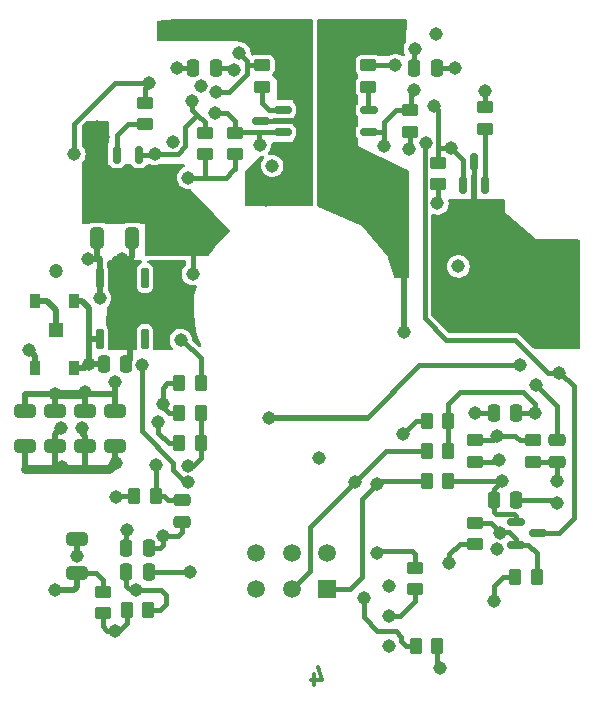
<source format=gbr>
%TF.GenerationSoftware,KiCad,Pcbnew,6.0.1-79c1e3a40b~116~ubuntu20.04.1*%
%TF.CreationDate,2022-01-23T15:23:11-08:00*%
%TF.ProjectId,led-ring-driver,6c65642d-7269-46e6-972d-647269766572,rev?*%
%TF.SameCoordinates,Original*%
%TF.FileFunction,Copper,L4,Bot*%
%TF.FilePolarity,Positive*%
%FSLAX46Y46*%
G04 Gerber Fmt 4.6, Leading zero omitted, Abs format (unit mm)*
G04 Created by KiCad (PCBNEW 6.0.1-79c1e3a40b~116~ubuntu20.04.1) date 2022-01-23 15:23:11*
%MOMM*%
%LPD*%
G01*
G04 APERTURE LIST*
G04 Aperture macros list*
%AMRoundRect*
0 Rectangle with rounded corners*
0 $1 Rounding radius*
0 $2 $3 $4 $5 $6 $7 $8 $9 X,Y pos of 4 corners*
0 Add a 4 corners polygon primitive as box body*
4,1,4,$2,$3,$4,$5,$6,$7,$8,$9,$2,$3,0*
0 Add four circle primitives for the rounded corners*
1,1,$1+$1,$2,$3*
1,1,$1+$1,$4,$5*
1,1,$1+$1,$6,$7*
1,1,$1+$1,$8,$9*
0 Add four rect primitives between the rounded corners*
20,1,$1+$1,$2,$3,$4,$5,0*
20,1,$1+$1,$4,$5,$6,$7,0*
20,1,$1+$1,$6,$7,$8,$9,0*
20,1,$1+$1,$8,$9,$2,$3,0*%
G04 Aperture macros list end*
%ADD10C,0.300000*%
%TA.AperFunction,NonConductor*%
%ADD11C,0.300000*%
%TD*%
%TA.AperFunction,ComponentPad*%
%ADD12R,1.520000X1.520000*%
%TD*%
%TA.AperFunction,ComponentPad*%
%ADD13C,1.520000*%
%TD*%
%TA.AperFunction,ComponentPad*%
%ADD14C,1.200000*%
%TD*%
%TA.AperFunction,ComponentPad*%
%ADD15R,1.200000X1.200000*%
%TD*%
%TA.AperFunction,SMDPad,CuDef*%
%ADD16RoundRect,0.250000X-0.450000X0.262500X-0.450000X-0.262500X0.450000X-0.262500X0.450000X0.262500X0*%
%TD*%
%TA.AperFunction,SMDPad,CuDef*%
%ADD17RoundRect,0.250000X-0.262500X-0.450000X0.262500X-0.450000X0.262500X0.450000X-0.262500X0.450000X0*%
%TD*%
%TA.AperFunction,SMDPad,CuDef*%
%ADD18RoundRect,0.250000X0.650000X-0.325000X0.650000X0.325000X-0.650000X0.325000X-0.650000X-0.325000X0*%
%TD*%
%TA.AperFunction,SMDPad,CuDef*%
%ADD19RoundRect,0.150000X0.587500X0.150000X-0.587500X0.150000X-0.587500X-0.150000X0.587500X-0.150000X0*%
%TD*%
%TA.AperFunction,SMDPad,CuDef*%
%ADD20R,0.900000X1.200000*%
%TD*%
%TA.AperFunction,SMDPad,CuDef*%
%ADD21RoundRect,0.250000X0.262500X0.450000X-0.262500X0.450000X-0.262500X-0.450000X0.262500X-0.450000X0*%
%TD*%
%TA.AperFunction,SMDPad,CuDef*%
%ADD22RoundRect,0.250000X-0.650000X0.325000X-0.650000X-0.325000X0.650000X-0.325000X0.650000X0.325000X0*%
%TD*%
%TA.AperFunction,SMDPad,CuDef*%
%ADD23RoundRect,0.150000X-0.150000X0.587500X-0.150000X-0.587500X0.150000X-0.587500X0.150000X0.587500X0*%
%TD*%
%TA.AperFunction,SMDPad,CuDef*%
%ADD24RoundRect,0.150000X0.150000X-0.587500X0.150000X0.587500X-0.150000X0.587500X-0.150000X-0.587500X0*%
%TD*%
%TA.AperFunction,SMDPad,CuDef*%
%ADD25RoundRect,0.250000X-0.325000X-0.650000X0.325000X-0.650000X0.325000X0.650000X-0.325000X0.650000X0*%
%TD*%
%TA.AperFunction,SMDPad,CuDef*%
%ADD26RoundRect,0.250000X0.250000X0.475000X-0.250000X0.475000X-0.250000X-0.475000X0.250000X-0.475000X0*%
%TD*%
%TA.AperFunction,SMDPad,CuDef*%
%ADD27RoundRect,0.150000X-0.587500X-0.150000X0.587500X-0.150000X0.587500X0.150000X-0.587500X0.150000X0*%
%TD*%
%TA.AperFunction,SMDPad,CuDef*%
%ADD28RoundRect,0.250000X-0.475000X0.250000X-0.475000X-0.250000X0.475000X-0.250000X0.475000X0.250000X0*%
%TD*%
%TA.AperFunction,SMDPad,CuDef*%
%ADD29RoundRect,0.250000X-0.250000X-0.475000X0.250000X-0.475000X0.250000X0.475000X-0.250000X0.475000X0*%
%TD*%
%TA.AperFunction,SMDPad,CuDef*%
%ADD30RoundRect,0.250000X0.450000X-0.262500X0.450000X0.262500X-0.450000X0.262500X-0.450000X-0.262500X0*%
%TD*%
%TA.AperFunction,SMDPad,CuDef*%
%ADD31RoundRect,0.250000X0.475000X-0.250000X0.475000X0.250000X-0.475000X0.250000X-0.475000X-0.250000X0*%
%TD*%
%TA.AperFunction,SMDPad,CuDef*%
%ADD32RoundRect,0.150000X-0.150000X0.725000X-0.150000X-0.725000X0.150000X-0.725000X0.150000X0.725000X0*%
%TD*%
%TA.AperFunction,ViaPad*%
%ADD33C,1.143000*%
%TD*%
%TA.AperFunction,Conductor*%
%ADD34C,0.381000*%
%TD*%
%TA.AperFunction,Conductor*%
%ADD35C,0.762000*%
%TD*%
%TA.AperFunction,Conductor*%
%ADD36C,0.508000*%
%TD*%
G04 APERTURE END LIST*
D10*
D11*
X153384285Y-119820571D02*
X153384285Y-120820571D01*
X153741428Y-119249142D02*
X154098571Y-120320571D01*
X153170000Y-120320571D01*
D12*
%TO.P,J1,1,1*%
%TO.N,/PWM_H*%
X154493501Y-112643001D03*
D13*
%TO.P,J1,2,2*%
%TO.N,/PWM_L*%
X151493502Y-112643001D03*
%TO.P,J1,3,3*%
%TO.N,/VIN*%
X148493503Y-112643001D03*
%TO.P,J1,4,4*%
%TO.N,/DISABLE_H*%
X154493501Y-109643002D03*
%TO.P,J1,5,5*%
%TO.N,/DISABLE_L*%
X151493502Y-109643002D03*
%TO.P,J1,6,6*%
%TO.N,GND*%
X148493503Y-109643002D03*
%TD*%
D14*
%TO.P,C1,N*%
%TO.N,GND*%
X131572000Y-85765000D03*
D15*
%TO.P,C1,P*%
%TO.N,/Boost Converter/+15V*%
X131572000Y-90765000D03*
%TD*%
D16*
%TO.P,R31,1*%
%TO.N,Net-(Q10-Pad2)*%
X146685000Y-74017500D03*
%TO.P,R31,2*%
%TO.N,GND*%
X146685000Y-75842500D03*
%TD*%
D17*
%TO.P,R34,1*%
%TO.N,Net-(R33-Pad2)*%
X141962500Y-97790000D03*
%TO.P,R34,2*%
%TO.N,GND*%
X143787500Y-97790000D03*
%TD*%
D18*
%TO.P,C18,1*%
%TO.N,/Boost Converter/V_P*%
X133350000Y-111330000D03*
%TO.P,C18,2*%
%TO.N,GND*%
X133350000Y-108380000D03*
%TD*%
D19*
%TO.P,Q10,1,B*%
%TO.N,Net-(Q10-Pad1)*%
X150762500Y-72075000D03*
%TO.P,Q10,2,E*%
%TO.N,Net-(Q10-Pad2)*%
X150762500Y-73975000D03*
%TO.P,Q10,3,C*%
%TO.N,/LED Current Regulator/LED2_NEG*%
X148887500Y-73025000D03*
%TD*%
D20*
%TO.P,D23,1,K*%
%TO.N,Net-(C15-Pad1)*%
X133095000Y-93980000D03*
%TO.P,D23,2,A*%
%TO.N,/Boost Converter/V_P*%
X129795000Y-93980000D03*
%TD*%
D17*
%TO.P,R38,1*%
%TO.N,Net-(D2-Pad2)*%
X137517500Y-114427000D03*
%TO.P,R38,2*%
%TO.N,GND*%
X139342500Y-114427000D03*
%TD*%
D21*
%TO.P,R23,1*%
%TO.N,+5V*%
X164742500Y-98425000D03*
%TO.P,R23,2*%
%TO.N,/DISABLE_L*%
X162917500Y-98425000D03*
%TD*%
%TO.P,R26,1*%
%TO.N,Net-(D21-Pad2)*%
X163830000Y-117475000D03*
%TO.P,R26,2*%
%TO.N,/Boost Converter/+15V*%
X162005000Y-117475000D03*
%TD*%
D22*
%TO.P,C17,1*%
%TO.N,/Boost Converter/+15V*%
X133985000Y-97585000D03*
%TO.P,C17,2*%
%TO.N,GND*%
X133985000Y-100535000D03*
%TD*%
D23*
%TO.P,Q11,1,B*%
%TO.N,Net-(Q11-Pad1)*%
X136692500Y-75897500D03*
%TO.P,Q11,2,E*%
%TO.N,Net-(Q11-Pad2)*%
X138592500Y-75897500D03*
%TO.P,Q11,3,C*%
%TO.N,/LED Current Regulator/LED1_NEG*%
X137642500Y-77772500D03*
%TD*%
D19*
%TO.P,Q9,1,B*%
%TO.N,Net-(Q9-Pad1)*%
X158043000Y-72075000D03*
%TO.P,Q9,2,E*%
%TO.N,Net-(Q5-Pad2)*%
X158043000Y-73975000D03*
%TO.P,Q9,3,C*%
%TO.N,/LED Current Regulator/LED3_NEG*%
X156168000Y-73025000D03*
%TD*%
D24*
%TO.P,Q8,1,B*%
%TO.N,Net-(Q8-Pad1)*%
X167891500Y-78407500D03*
%TO.P,Q8,2,E*%
%TO.N,Net-(Q6-Pad2)*%
X165991500Y-78407500D03*
%TO.P,Q8,3,C*%
%TO.N,/LED Current Regulator/LED4_NEG*%
X166941500Y-76532500D03*
%TD*%
D25*
%TO.P,C14,1*%
%TO.N,+5V*%
X135050000Y-82931000D03*
%TO.P,C14,2*%
%TO.N,GND*%
X138000000Y-82931000D03*
%TD*%
D22*
%TO.P,C20,1*%
%TO.N,/Boost Converter/+15V*%
X128905000Y-97585000D03*
%TO.P,C20,2*%
%TO.N,GND*%
X128905000Y-100535000D03*
%TD*%
D16*
%TO.P,R39,1*%
%TO.N,/Boost Converter/V_P*%
X135509000Y-112879500D03*
%TO.P,R39,2*%
%TO.N,Net-(D2-Pad2)*%
X135509000Y-114704500D03*
%TD*%
D26*
%TO.P,C7,1*%
%TO.N,+5V*%
X170495000Y-97790000D03*
%TO.P,C7,2*%
%TO.N,GND*%
X168595000Y-97790000D03*
%TD*%
D16*
%TO.P,R32,1*%
%TO.N,Net-(Q11-Pad2)*%
X144145000Y-74017500D03*
%TO.P,R32,2*%
%TO.N,GND*%
X144145000Y-75842500D03*
%TD*%
D26*
%TO.P,C8,1*%
%TO.N,+5V*%
X170495000Y-105156000D03*
%TO.P,C8,2*%
%TO.N,GND*%
X168595000Y-105156000D03*
%TD*%
D21*
%TO.P,R37,1*%
%TO.N,Net-(C11-Pad1)*%
X139977500Y-104775000D03*
%TO.P,R37,2*%
%TO.N,Net-(Q1-Pad1)*%
X138152500Y-104775000D03*
%TD*%
D27*
%TO.P,Q7,1,G*%
%TO.N,Net-(Q7-Pad1)*%
X170512500Y-108900000D03*
%TO.P,Q7,2,S*%
%TO.N,GND*%
X170512500Y-107000000D03*
%TO.P,Q7,3,D*%
%TO.N,Net-(Q7-Pad3)*%
X172387500Y-107950000D03*
%TD*%
D16*
%TO.P,R17,1*%
%TO.N,Net-(R17-Pad1)*%
X171958000Y-100052500D03*
%TO.P,R17,2*%
%TO.N,Net-(C6-Pad1)*%
X171958000Y-101877500D03*
%TD*%
D20*
%TO.P,D22,1,K*%
%TO.N,Net-(C15-Pad1)*%
X133095000Y-88265000D03*
%TO.P,D22,2,A*%
%TO.N,/Boost Converter/+15V*%
X129795000Y-88265000D03*
%TD*%
D16*
%TO.P,R30,1*%
%TO.N,Net-(R30-Pad1)*%
X148971000Y-68302500D03*
%TO.P,R30,2*%
%TO.N,Net-(Q10-Pad1)*%
X148971000Y-70127500D03*
%TD*%
%TO.P,R27,1*%
%TO.N,/DISABLE_H*%
X161925000Y-110847500D03*
%TO.P,R27,2*%
%TO.N,GND*%
X161925000Y-112672500D03*
%TD*%
D26*
%TO.P,C10,1*%
%TO.N,+5V*%
X145060000Y-68580000D03*
%TO.P,C10,2*%
%TO.N,GND*%
X143160000Y-68580000D03*
%TD*%
D28*
%TO.P,C11,1*%
%TO.N,Net-(C11-Pad1)*%
X142240000Y-105095000D03*
%TO.P,C11,2*%
%TO.N,GND*%
X142240000Y-106995000D03*
%TD*%
D26*
%TO.P,C9,1*%
%TO.N,+5V*%
X163770500Y-68580000D03*
%TO.P,C9,2*%
%TO.N,GND*%
X161870500Y-68580000D03*
%TD*%
D16*
%TO.P,R28,1*%
%TO.N,Net-(Q5-Pad2)*%
X161550500Y-72112500D03*
%TO.P,R28,2*%
%TO.N,GND*%
X161550500Y-73937500D03*
%TD*%
D22*
%TO.P,C16,1*%
%TO.N,/Boost Converter/+15V*%
X136525000Y-97585000D03*
%TO.P,C16,2*%
%TO.N,GND*%
X136525000Y-100535000D03*
%TD*%
D29*
%TO.P,C12,1*%
%TO.N,Net-(C12-Pad1)*%
X137480000Y-109220000D03*
%TO.P,C12,2*%
%TO.N,GND*%
X139380000Y-109220000D03*
%TD*%
D21*
%TO.P,R33,1*%
%TO.N,/Boost Converter/+15V*%
X143787500Y-95250000D03*
%TO.P,R33,2*%
%TO.N,Net-(R33-Pad2)*%
X141962500Y-95250000D03*
%TD*%
D17*
%TO.P,R18,1*%
%TO.N,Net-(D20-Pad2)*%
X170410500Y-111633000D03*
%TO.P,R18,2*%
%TO.N,Net-(Q7-Pad1)*%
X172235500Y-111633000D03*
%TD*%
D21*
%TO.P,R24,1*%
%TO.N,+5V*%
X164742500Y-100965000D03*
%TO.P,R24,2*%
%TO.N,/PWM_L*%
X162917500Y-100965000D03*
%TD*%
D17*
%TO.P,R35,1*%
%TO.N,Net-(R3-Pad2)*%
X141962500Y-100330000D03*
%TO.P,R35,2*%
%TO.N,GND*%
X143787500Y-100330000D03*
%TD*%
D16*
%TO.P,R22,1*%
%TO.N,Net-(Q6-Pad2)*%
X163893500Y-76557500D03*
%TO.P,R22,2*%
%TO.N,GND*%
X163893500Y-78382500D03*
%TD*%
D30*
%TO.P,R21,1*%
%TO.N,Net-(R13-Pad2)*%
X167005000Y-108862500D03*
%TO.P,R21,2*%
%TO.N,Net-(Q7-Pad1)*%
X167005000Y-107037500D03*
%TD*%
D16*
%TO.P,R36,1*%
%TO.N,Net-(R1-Pad1)*%
X139065000Y-71477500D03*
%TO.P,R36,2*%
%TO.N,Net-(Q11-Pad1)*%
X139065000Y-73302500D03*
%TD*%
D26*
%TO.P,C13,1*%
%TO.N,/VIN*%
X139380000Y-111252000D03*
%TO.P,C13,2*%
%TO.N,GND*%
X137480000Y-111252000D03*
%TD*%
D29*
%TO.P,C15,1*%
%TO.N,Net-(C15-Pad1)*%
X135575000Y-93599000D03*
%TO.P,C15,2*%
%TO.N,GND*%
X137475000Y-93599000D03*
%TD*%
D16*
%TO.P,R29,1*%
%TO.N,Net-(R29-Pad1)*%
X157988000Y-68302500D03*
%TO.P,R29,2*%
%TO.N,Net-(Q9-Pad1)*%
X157988000Y-70127500D03*
%TD*%
D22*
%TO.P,C19,1*%
%TO.N,/Boost Converter/+15V*%
X131445000Y-97585000D03*
%TO.P,C19,2*%
%TO.N,GND*%
X131445000Y-100535000D03*
%TD*%
D30*
%TO.P,R20,1*%
%TO.N,Net-(R11-Pad2)*%
X167005000Y-101877500D03*
%TO.P,R20,2*%
%TO.N,Net-(R17-Pad1)*%
X167005000Y-100052500D03*
%TD*%
D16*
%TO.P,R19,1*%
%TO.N,Net-(R14-Pad1)*%
X167830500Y-71858500D03*
%TO.P,R19,2*%
%TO.N,Net-(Q8-Pad1)*%
X167830500Y-73683500D03*
%TD*%
D31*
%TO.P,C6,1*%
%TO.N,Net-(C6-Pad1)*%
X173990000Y-101915000D03*
%TO.P,C6,2*%
%TO.N,GND*%
X173990000Y-100015000D03*
%TD*%
D17*
%TO.P,R25,1*%
%TO.N,/PWM_H*%
X162917500Y-103505000D03*
%TO.P,R25,2*%
%TO.N,GND*%
X164742500Y-103505000D03*
%TD*%
D32*
%TO.P,U6,1,OUT*%
%TO.N,+5V*%
X135255000Y-86325000D03*
%TO.P,U6,2,GND*%
%TO.N,GND*%
X136525000Y-86325000D03*
%TO.P,U6,3,GND*%
X137795000Y-86325000D03*
%TO.P,U6,4,NC*%
%TO.N,unconnected-(U6-Pad4)*%
X139065000Y-86325000D03*
%TO.P,U6,5,NC*%
%TO.N,unconnected-(U6-Pad5)*%
X139065000Y-91475000D03*
%TO.P,U6,6,GND*%
%TO.N,GND*%
X137795000Y-91475000D03*
%TO.P,U6,7,GND*%
X136525000Y-91475000D03*
%TO.P,U6,8,IN*%
%TO.N,Net-(C15-Pad1)*%
X135255000Y-91475000D03*
%TD*%
D33*
%TO.N,/VIN*%
X142875000Y-111252000D03*
%TO.N,GND*%
X169291000Y-103505000D03*
X137160000Y-84709000D03*
X172212000Y-95377000D03*
X131953000Y-99060000D03*
X136505433Y-89808567D03*
X132016000Y-102362000D03*
X138303000Y-112776000D03*
X133350000Y-109855000D03*
X141443000Y-74803000D03*
X161417000Y-75438000D03*
X161925000Y-66929000D03*
X136652000Y-101981000D03*
X141824000Y-68580000D03*
X142748000Y-77851000D03*
X167005000Y-97790000D03*
X159766000Y-114935000D03*
X137795000Y-88011000D03*
X163830000Y-80010000D03*
X133731000Y-99060000D03*
X159766000Y-117475000D03*
X142748000Y-102235000D03*
X168902855Y-109257533D03*
X140589000Y-108204000D03*
X159766000Y-112395000D03*
%TO.N,+5V*%
X135255000Y-88011000D03*
X172085000Y-97790000D03*
X165325500Y-68580000D03*
X173990000Y-105410000D03*
X146650000Y-68707000D03*
X134239000Y-84709000D03*
X138811000Y-93726000D03*
X142748000Y-103632000D03*
%TO.N,/Boost Converter/+15V*%
X149839998Y-76835000D03*
X133985000Y-96012000D03*
X136525000Y-95123000D03*
X165608000Y-85344000D03*
X131445000Y-96139000D03*
X153797000Y-101600000D03*
X142113000Y-91567000D03*
X157607000Y-113411000D03*
%TO.N,Net-(D2-Pad2)*%
X136525000Y-116205000D03*
%TO.N,/LED Current Regulator/LED1_NEG*%
X135509000Y-74422000D03*
X143129000Y-85979000D03*
X134366000Y-74422000D03*
X135001000Y-73533000D03*
X137607500Y-79375000D03*
X137668000Y-80518000D03*
X136474200Y-79375000D03*
%TO.N,/LED Current Regulator/LED2_NEG*%
X152492000Y-73025000D03*
X149352000Y-79756000D03*
X152492000Y-74133000D03*
X152527000Y-71882000D03*
%TO.N,/LED Current Regulator/LED3_NEG*%
X154432000Y-73025000D03*
X161036000Y-90932000D03*
X154432000Y-71882000D03*
X154432000Y-74168000D03*
%TO.N,/LED Current Regulator/LED4_NEG*%
X166941500Y-80264000D03*
X168097200Y-80238600D03*
X165785800Y-80264000D03*
X170789600Y-93726000D03*
X149606000Y-98196400D03*
%TO.N,Net-(D20-Pad2)*%
X168656000Y-113665000D03*
%TO.N,Net-(D21-Pad2)*%
X164084000Y-119380000D03*
%TO.N,/PWM_H*%
X158750000Y-103759000D03*
%TO.N,/PWM_L*%
X156845000Y-103632000D03*
%TO.N,/DISABLE_H*%
X158707998Y-109643002D03*
%TO.N,/DISABLE_L*%
X160909000Y-99568000D03*
%TO.N,Net-(Q7-Pad1)*%
X169164000Y-107885665D03*
%TO.N,/Boost Converter/V_P*%
X131445000Y-112776000D03*
X129286000Y-92456000D03*
%TO.N,Net-(C6-Pad1)*%
X173990000Y-103505000D03*
%TO.N,Net-(C11-Pad1)*%
X140013470Y-102119990D03*
%TO.N,Net-(Q10-Pad2)*%
X144999000Y-72390000D03*
X148809000Y-75057000D03*
%TO.N,Net-(C12-Pad1)*%
X137541000Y-107696000D03*
%TO.N,Net-(Q11-Pad2)*%
X139954000Y-75819000D03*
X143094489Y-71306466D03*
%TO.N,Net-(Q5-Pad2)*%
X159321500Y-75184000D03*
X161836010Y-70373776D03*
%TO.N,Net-(Q6-Pad2)*%
X164973000Y-75311000D03*
X163512500Y-71755000D03*
%TO.N,Net-(Q7-Pad3)*%
X163703000Y-65659000D03*
X174117000Y-94361000D03*
X143834066Y-70080572D03*
X162869000Y-74930000D03*
%TO.N,Net-(R29-Pad1)*%
X160274000Y-68326000D03*
%TO.N,Net-(C15-Pad1)*%
X134366000Y-93599000D03*
%TO.N,Net-(R1-Pad1)*%
X139446000Y-69850000D03*
X133096000Y-75819000D03*
%TO.N,Net-(R11-Pad2)*%
X169037000Y-101727000D03*
%TO.N,Net-(R3-Pad2)*%
X140208000Y-98552000D03*
%TO.N,Net-(R30-Pad1)*%
X145125500Y-70612000D03*
X147066000Y-67310000D03*
%TO.N,Net-(R13-Pad2)*%
X164846000Y-110490000D03*
%TO.N,Net-(R14-Pad1)*%
X167865500Y-70485000D03*
%TO.N,Net-(R17-Pad1)*%
X168910000Y-99695000D03*
%TO.N,Net-(Q1-Pad1)*%
X136652000Y-104902000D03*
%TO.N,Net-(R33-Pad2)*%
X140590000Y-97028000D03*
%TD*%
D34*
%TO.N,/VIN*%
X139380000Y-111252000D02*
X142875000Y-111252000D01*
%TO.N,GND*%
X173990000Y-100015000D02*
X173990000Y-97155000D01*
D35*
X136525000Y-101981000D02*
X136017000Y-102489000D01*
D34*
X140335000Y-109220000D02*
X139380000Y-109220000D01*
D36*
X136525000Y-91475000D02*
X137795000Y-91475000D01*
X133350000Y-108380000D02*
X133350000Y-109855000D01*
D34*
X137480000Y-112395000D02*
X137861000Y-112776000D01*
X144018000Y-77851000D02*
X142748000Y-77851000D01*
D36*
X137795000Y-84709000D02*
X137160000Y-84709000D01*
D34*
X140462000Y-112776000D02*
X138303000Y-112776000D01*
D35*
X131191000Y-102489000D02*
X128905000Y-102489000D01*
D34*
X145923000Y-77851000D02*
X144018000Y-77851000D01*
X161925000Y-113665000D02*
X160655000Y-114935000D01*
X161870500Y-68580000D02*
X161870500Y-66983500D01*
D35*
X132016000Y-102362000D02*
X131889000Y-102489000D01*
D36*
X133985000Y-100535000D02*
X133985000Y-102489000D01*
X133731000Y-99060000D02*
X133731000Y-99441000D01*
D34*
X170512500Y-106504500D02*
X170333020Y-106325020D01*
D36*
X138000000Y-84504000D02*
X137795000Y-84709000D01*
D34*
X161550500Y-73937500D02*
X161550500Y-75304500D01*
X161870500Y-66983500D02*
X161925000Y-66929000D01*
D36*
X136525000Y-100535000D02*
X136525000Y-101854000D01*
D34*
X168595000Y-106111000D02*
X168595000Y-105156000D01*
X164742500Y-103505000D02*
X169291000Y-103505000D01*
D35*
X136017000Y-102489000D02*
X133985000Y-102489000D01*
D36*
X131445000Y-102235000D02*
X131191000Y-102489000D01*
D34*
X146558000Y-77216000D02*
X145923000Y-77851000D01*
X160655000Y-114935000D02*
X159766000Y-114935000D01*
X140589000Y-108966000D02*
X140335000Y-109220000D01*
D36*
X137795000Y-86325000D02*
X137795000Y-84709000D01*
X136652000Y-101981000D02*
X136525000Y-101981000D01*
X136525000Y-84709000D02*
X136525000Y-86325000D01*
D34*
X144145000Y-77724000D02*
X144018000Y-77851000D01*
X170512500Y-107000000D02*
X170512500Y-106504500D01*
X163893500Y-78382500D02*
X163893500Y-79946500D01*
D36*
X133731000Y-99441000D02*
X133985000Y-99695000D01*
D34*
X161925000Y-112672500D02*
X161925000Y-113665000D01*
X140589000Y-108204000D02*
X140589000Y-108966000D01*
D36*
X136525000Y-101854000D02*
X136652000Y-101981000D01*
D34*
X139342500Y-114427000D02*
X140335000Y-114427000D01*
X168809020Y-106325020D02*
X168595000Y-106111000D01*
X137480000Y-111252000D02*
X137480000Y-112395000D01*
D36*
X137795000Y-91475000D02*
X137795000Y-93279000D01*
D34*
X168595000Y-105156000D02*
X168595000Y-104201000D01*
D36*
X138000000Y-82931000D02*
X138000000Y-84504000D01*
D34*
X140335000Y-114427000D02*
X140843000Y-113919000D01*
D36*
X131953000Y-99060000D02*
X131445000Y-99568000D01*
D34*
X140843000Y-113919000D02*
X140843000Y-113157000D01*
D35*
X131889000Y-102489000D02*
X131191000Y-102489000D01*
D36*
X131445000Y-100535000D02*
X131445000Y-102235000D01*
X131445000Y-99568000D02*
X131445000Y-100535000D01*
X128905000Y-100535000D02*
X128905000Y-102489000D01*
D34*
X142240000Y-107823000D02*
X141859000Y-108204000D01*
X143129000Y-102235000D02*
X142748000Y-102235000D01*
X143160000Y-68580000D02*
X141824000Y-68580000D01*
X168595000Y-97790000D02*
X167005000Y-97790000D01*
X142240000Y-106995000D02*
X142240000Y-107823000D01*
X143787500Y-97790000D02*
X143787500Y-100330000D01*
X137861000Y-112776000D02*
X138303000Y-112776000D01*
X146685000Y-75842500D02*
X146685000Y-77089000D01*
X144145000Y-75842500D02*
X144145000Y-77724000D01*
D35*
X133985000Y-102489000D02*
X131191000Y-102489000D01*
D34*
X146685000Y-77089000D02*
X146558000Y-77216000D01*
X170333020Y-106325020D02*
X168809020Y-106325020D01*
X140843000Y-113157000D02*
X140462000Y-112776000D01*
X141859000Y-108204000D02*
X140589000Y-108204000D01*
X173990000Y-97155000D02*
X172212000Y-95377000D01*
D36*
X137160000Y-84709000D02*
X136525000Y-84709000D01*
D34*
X143787500Y-101576500D02*
X143129000Y-102235000D01*
X161550500Y-75304500D02*
X161417000Y-75438000D01*
X143787500Y-100330000D02*
X143787500Y-101576500D01*
X163893500Y-79946500D02*
X163830000Y-80010000D01*
D36*
X133985000Y-99695000D02*
X133985000Y-100535000D01*
D34*
X168595000Y-104201000D02*
X169291000Y-103505000D01*
D36*
X137795000Y-93279000D02*
X137475000Y-93599000D01*
D34*
%TO.N,+5V*%
X163770500Y-68580000D02*
X165325500Y-68580000D01*
D36*
X135050000Y-82931000D02*
X135050000Y-84504000D01*
D34*
X145060000Y-68580000D02*
X146523000Y-68580000D01*
X171069000Y-96012000D02*
X172085000Y-97028000D01*
X164742500Y-100965000D02*
X164742500Y-98425000D01*
X142494000Y-103632000D02*
X142748000Y-103632000D01*
D36*
X135255000Y-84709000D02*
X134239000Y-84709000D01*
D34*
X164742500Y-98425000D02*
X164742500Y-97004500D01*
D36*
X135255000Y-88011000D02*
X135255000Y-86325000D01*
D34*
X164742500Y-97004500D02*
X165735000Y-96012000D01*
X165735000Y-96012000D02*
X171069000Y-96012000D01*
X141478000Y-101981000D02*
X138811000Y-99314000D01*
X141478000Y-102616000D02*
X142494000Y-103632000D01*
X173736000Y-105156000D02*
X173990000Y-105410000D01*
D36*
X135255000Y-84709000D02*
X135255000Y-86325000D01*
D34*
X170495000Y-105156000D02*
X173736000Y-105156000D01*
X138811000Y-99314000D02*
X138811000Y-93726000D01*
X170495000Y-97790000D02*
X172085000Y-97790000D01*
X172085000Y-97028000D02*
X172085000Y-97790000D01*
D36*
X135050000Y-84504000D02*
X135255000Y-84709000D01*
D34*
X146523000Y-68580000D02*
X146650000Y-68707000D01*
X141478000Y-101981000D02*
X141478000Y-102616000D01*
%TO.N,/Boost Converter/+15V*%
X158750000Y-116205000D02*
X160293576Y-116205000D01*
D36*
X133985000Y-96012000D02*
X134112000Y-96139000D01*
X133985000Y-96012000D02*
X133985000Y-97585000D01*
D34*
X157607000Y-115062000D02*
X158750000Y-116205000D01*
D36*
X128905000Y-96139000D02*
X131445000Y-96139000D01*
D34*
X160293576Y-116205000D02*
X160781511Y-116692935D01*
D36*
X131572000Y-89027000D02*
X131572000Y-90765000D01*
X130810000Y-88265000D02*
X131572000Y-89027000D01*
X136525000Y-96139000D02*
X136525000Y-95123000D01*
D34*
X143787500Y-93114500D02*
X143787500Y-95250000D01*
X142240000Y-91567000D02*
X142113000Y-91567000D01*
X160781511Y-116692935D02*
X160781511Y-117094000D01*
D36*
X134112000Y-96139000D02*
X136525000Y-96139000D01*
X131445000Y-96139000D02*
X131445000Y-97585000D01*
D35*
X131445000Y-96139000D02*
X133858000Y-96139000D01*
D34*
X161162511Y-117475000D02*
X162005000Y-117475000D01*
X143787500Y-93114500D02*
X142240000Y-91567000D01*
X157607000Y-113411000D02*
X157607000Y-115062000D01*
D35*
X133858000Y-96139000D02*
X133985000Y-96012000D01*
D36*
X136525000Y-97585000D02*
X136525000Y-96647000D01*
X136525000Y-96647000D02*
X136525000Y-96139000D01*
X129795000Y-88265000D02*
X130810000Y-88265000D01*
X128905000Y-97585000D02*
X128905000Y-96139000D01*
D34*
X160781511Y-117094000D02*
X161162511Y-117475000D01*
%TO.N,Net-(D2-Pad2)*%
X137541000Y-115570000D02*
X136906000Y-116205000D01*
X136525000Y-116205000D02*
X135890000Y-116205000D01*
X137517500Y-115546500D02*
X137541000Y-115570000D01*
X137517500Y-114427000D02*
X137517500Y-115546500D01*
X136906000Y-116205000D02*
X136525000Y-116205000D01*
X135890000Y-116205000D02*
X135509000Y-115824000D01*
X135509000Y-115824000D02*
X135509000Y-114704500D01*
%TO.N,/LED Current Regulator/LED1_NEG*%
X143129000Y-83185000D02*
X143129000Y-85979000D01*
X137607500Y-79375000D02*
X137607500Y-79695500D01*
X140970000Y-81026000D02*
X143129000Y-83185000D01*
X138938000Y-81026000D02*
X140970000Y-81026000D01*
X137607500Y-77807500D02*
X137642500Y-77772500D01*
X137607500Y-79695500D02*
X138938000Y-81026000D01*
X137607500Y-79375000D02*
X137607500Y-77807500D01*
%TO.N,/LED Current Regulator/LED2_NEG*%
X149987000Y-73025000D02*
X148887500Y-73025000D01*
D36*
X152492000Y-74133000D02*
X152492000Y-76616000D01*
X152492000Y-76616000D02*
X149352000Y-79756000D01*
X152492000Y-73025000D02*
X149987000Y-73025000D01*
X152492000Y-73025000D02*
X152492000Y-74133000D01*
%TO.N,/LED Current Regulator/LED3_NEG*%
X154432000Y-74295000D02*
X161036000Y-80899000D01*
X154432000Y-74168000D02*
X154432000Y-74295000D01*
D34*
X156168000Y-73025000D02*
X154432000Y-73025000D01*
D36*
X154432000Y-73025000D02*
X154432000Y-74168000D01*
X161036000Y-80899000D02*
X161036000Y-90932000D01*
D34*
%TO.N,/LED Current Regulator/LED4_NEG*%
X166941500Y-76532500D02*
X166941500Y-77660500D01*
X157886400Y-98145600D02*
X162306000Y-93726000D01*
D36*
X166941500Y-80264000D02*
X166941500Y-77660500D01*
X157886400Y-98145600D02*
X157835600Y-98196400D01*
X157835600Y-98196400D02*
X149606000Y-98196400D01*
D34*
X162306000Y-93726000D02*
X170789600Y-93726000D01*
D36*
X166941500Y-80264000D02*
X167005000Y-80264000D01*
D34*
%TO.N,Net-(D20-Pad2)*%
X168656000Y-113665000D02*
X168656000Y-112395000D01*
X168656000Y-112395000D02*
X169418000Y-111633000D01*
X169418000Y-111633000D02*
X170410500Y-111633000D01*
%TO.N,Net-(D21-Pad2)*%
X163830000Y-119126000D02*
X163830000Y-117475000D01*
X164084000Y-119380000D02*
X163830000Y-119126000D01*
%TO.N,/PWM_H*%
X156458001Y-112643001D02*
X154493501Y-112643001D01*
X162917500Y-103505000D02*
X159004000Y-103505000D01*
X159004000Y-103505000D02*
X158750000Y-103759000D01*
X156464000Y-112649000D02*
X156458001Y-112643001D01*
X157480000Y-111633000D02*
X156464000Y-112649000D01*
X157480000Y-105029000D02*
X157480000Y-111633000D01*
X158750000Y-103759000D02*
X157480000Y-105029000D01*
%TO.N,/PWM_L*%
X156845000Y-103632000D02*
X153035000Y-107442000D01*
X153035000Y-107442000D02*
X153035000Y-111101503D01*
X162917500Y-100965000D02*
X159512000Y-100965000D01*
X159512000Y-100965000D02*
X156845000Y-103632000D01*
X153035000Y-111101503D02*
X151493502Y-112643001D01*
%TO.N,/DISABLE_H*%
X161682750Y-109474000D02*
X158877000Y-109474000D01*
X161925000Y-109716250D02*
X161682750Y-109474000D01*
X158877000Y-109474000D02*
X158707998Y-109643002D01*
X161925000Y-110847500D02*
X161925000Y-109716250D01*
%TO.N,/DISABLE_L*%
X162917500Y-98425000D02*
X162052000Y-98425000D01*
X162052000Y-98425000D02*
X160909000Y-99568000D01*
%TO.N,Net-(Q7-Pad1)*%
X170512500Y-108409500D02*
X169926000Y-107823000D01*
X169164000Y-107823000D02*
X168378500Y-107037500D01*
X172235500Y-109624500D02*
X172235500Y-111633000D01*
X170512500Y-108900000D02*
X170512500Y-108409500D01*
X168378500Y-107037500D02*
X167005000Y-107037500D01*
X169164000Y-107885665D02*
X169164000Y-107823000D01*
X169926000Y-107823000D02*
X169226665Y-107823000D01*
X170512500Y-108900000D02*
X171511000Y-108900000D01*
X171511000Y-108900000D02*
X172235500Y-109624500D01*
X169226665Y-107823000D02*
X169164000Y-107885665D01*
%TO.N,Net-(Q8-Pad1)*%
X167830500Y-78346500D02*
X167891500Y-78407500D01*
X167830500Y-73683500D02*
X167830500Y-78346500D01*
%TO.N,Net-(Q9-Pad1)*%
X157988000Y-72020000D02*
X158043000Y-72075000D01*
X157988000Y-70127500D02*
X157988000Y-72020000D01*
%TO.N,Net-(Q10-Pad1)*%
X148971000Y-70127500D02*
X148971000Y-71501000D01*
X149545000Y-72075000D02*
X150762500Y-72075000D01*
X148971000Y-71501000D02*
X149545000Y-72075000D01*
%TO.N,Net-(Q11-Pad1)*%
X137644500Y-73302500D02*
X136692500Y-74254500D01*
X139065000Y-73302500D02*
X137644500Y-73302500D01*
X136692500Y-74254500D02*
X136692500Y-75897500D01*
D36*
%TO.N,/Boost Converter/V_P*%
X133096000Y-112776000D02*
X133350000Y-112522000D01*
D34*
X135255000Y-111633000D02*
X134952000Y-111330000D01*
D36*
X129795000Y-92965000D02*
X129286000Y-92456000D01*
X133350000Y-112522000D02*
X133350000Y-111330000D01*
X131445000Y-112776000D02*
X133096000Y-112776000D01*
D34*
X135509000Y-111887000D02*
X135255000Y-111633000D01*
X134952000Y-111330000D02*
X133350000Y-111330000D01*
X135509000Y-112879500D02*
X135509000Y-111887000D01*
D36*
X129795000Y-93980000D02*
X129795000Y-92965000D01*
D34*
%TO.N,Net-(C6-Pad1)*%
X171995500Y-101915000D02*
X171958000Y-101877500D01*
X173990000Y-101915000D02*
X173990000Y-103505000D01*
X173990000Y-101915000D02*
X171995500Y-101915000D01*
%TO.N,Net-(C11-Pad1)*%
X139977500Y-104775000D02*
X140716000Y-104775000D01*
X139977500Y-102155960D02*
X140013470Y-102119990D01*
X141036000Y-105095000D02*
X142240000Y-105095000D01*
X139977500Y-104775000D02*
X139977500Y-102155960D01*
X140716000Y-104775000D02*
X141036000Y-105095000D01*
%TO.N,Net-(Q10-Pad2)*%
X148743000Y-73975000D02*
X146727500Y-73975000D01*
X146685000Y-74017500D02*
X146685000Y-73025000D01*
X148743000Y-74991000D02*
X148743000Y-73975000D01*
X146050000Y-72390000D02*
X144999000Y-72390000D01*
X150762500Y-73975000D02*
X148743000Y-73975000D01*
X146727500Y-73975000D02*
X146685000Y-74017500D01*
X146685000Y-73025000D02*
X146050000Y-72390000D01*
X148809000Y-75057000D02*
X148743000Y-74991000D01*
%TO.N,Net-(C12-Pad1)*%
X137480000Y-109220000D02*
X137480000Y-107757000D01*
X137480000Y-107757000D02*
X137541000Y-107696000D01*
%TO.N,Net-(Q11-Pad2)*%
X139875500Y-75897500D02*
X139954000Y-75819000D01*
X144145000Y-73152000D02*
X143510000Y-72517000D01*
X144145000Y-74017500D02*
X144145000Y-73152000D01*
X142494000Y-75188151D02*
X141863151Y-75819000D01*
X141863151Y-75819000D02*
X139954000Y-75819000D01*
X143094489Y-71306466D02*
X143094489Y-72101489D01*
X142494000Y-73533000D02*
X142494000Y-75188151D01*
X138592500Y-75897500D02*
X139875500Y-75897500D01*
X143510000Y-72517000D02*
X142494000Y-73533000D01*
X143094489Y-72101489D02*
X143510000Y-72517000D01*
%TO.N,Net-(Q5-Pad2)*%
X159321500Y-73152000D02*
X159321500Y-75184000D01*
X161607500Y-72055500D02*
X161550500Y-72112500D01*
X161550500Y-72112500D02*
X160361000Y-72112500D01*
X161836010Y-70373776D02*
X161607500Y-70602286D01*
X159321500Y-75184000D02*
X159321500Y-74163000D01*
X158043000Y-73975000D02*
X159133500Y-73975000D01*
X159321500Y-74163000D02*
X159133500Y-73975000D01*
X160361000Y-72112500D02*
X159321500Y-73152000D01*
X161607500Y-70602286D02*
X161607500Y-72055500D01*
%TO.N,Net-(Q6-Pad2)*%
X163893500Y-75501500D02*
X163893500Y-76557500D01*
X165991500Y-78407500D02*
X165991500Y-76329500D01*
X163893500Y-72136000D02*
X163893500Y-74930000D01*
X163512500Y-71755000D02*
X163893500Y-72136000D01*
X165991500Y-76329500D02*
X164973000Y-75311000D01*
X163893500Y-75501500D02*
X164084000Y-75311000D01*
X163893500Y-74930000D02*
X163893500Y-75501500D01*
X164084000Y-75311000D02*
X164973000Y-75311000D01*
%TO.N,Net-(Q7-Pad3)*%
X174117000Y-107950000D02*
X175387000Y-106680000D01*
X173228000Y-94361000D02*
X170434000Y-91567000D01*
X170434000Y-91567000D02*
X164592000Y-91567000D01*
X172387500Y-107950000D02*
X174117000Y-107950000D01*
X164592000Y-91567000D02*
X162749480Y-89724480D01*
X162749480Y-75049520D02*
X162869000Y-74930000D01*
X175387000Y-106680000D02*
X175387000Y-95504000D01*
X175387000Y-95504000D02*
X174244000Y-94361000D01*
X174244000Y-94361000D02*
X174117000Y-94361000D01*
X174117000Y-94361000D02*
X173228000Y-94361000D01*
X162749480Y-89724480D02*
X162749480Y-75049520D01*
%TO.N,Net-(R29-Pad1)*%
X160274000Y-68326000D02*
X158011500Y-68326000D01*
X158011500Y-68326000D02*
X157988000Y-68302500D01*
D36*
%TO.N,Net-(C15-Pad1)*%
X133095000Y-88265000D02*
X133731000Y-88265000D01*
X135255000Y-91475000D02*
X134458000Y-91475000D01*
X134366000Y-91567000D02*
X134366000Y-93599000D01*
X133985000Y-93980000D02*
X134366000Y-93599000D01*
X134366000Y-93599000D02*
X135575000Y-93599000D01*
X134366000Y-88900000D02*
X134366000Y-91567000D01*
X134458000Y-91475000D02*
X134366000Y-91567000D01*
X133095000Y-93980000D02*
X133985000Y-93980000D01*
X133731000Y-88265000D02*
X134366000Y-88900000D01*
D34*
%TO.N,Net-(R1-Pad1)*%
X136525000Y-69850000D02*
X139446000Y-69850000D01*
X133096000Y-75819000D02*
X133096000Y-73279000D01*
X139065000Y-71477500D02*
X139065000Y-70231000D01*
X139065000Y-70231000D02*
X139446000Y-69850000D01*
X133096000Y-73279000D02*
X136525000Y-69850000D01*
%TO.N,Net-(R11-Pad2)*%
X167005000Y-101877500D02*
X168886500Y-101877500D01*
X168886500Y-101877500D02*
X169037000Y-101727000D01*
%TO.N,Net-(R3-Pad2)*%
X141097000Y-100330000D02*
X140208000Y-99441000D01*
X140208000Y-99441000D02*
X140208000Y-98552000D01*
X141962500Y-100330000D02*
X141097000Y-100330000D01*
%TO.N,Net-(R30-Pad1)*%
X146181151Y-70612000D02*
X147701000Y-69092151D01*
X147701000Y-69092151D02*
X147701000Y-68326000D01*
X147701000Y-67945000D02*
X147066000Y-67310000D01*
X147701000Y-68326000D02*
X147701000Y-67945000D01*
X147701000Y-68326000D02*
X147724500Y-68302500D01*
X147724500Y-68302500D02*
X148971000Y-68302500D01*
X145125500Y-70612000D02*
X146181151Y-70612000D01*
%TO.N,Net-(R13-Pad2)*%
X166981500Y-108839000D02*
X167005000Y-108862500D01*
X164846000Y-110490000D02*
X164846000Y-109728000D01*
X164846000Y-109728000D02*
X165735000Y-108839000D01*
X165735000Y-108839000D02*
X166981500Y-108839000D01*
%TO.N,Net-(R14-Pad1)*%
X167865500Y-71823500D02*
X167830500Y-71858500D01*
X167865500Y-70485000D02*
X167865500Y-71823500D01*
%TO.N,Net-(R17-Pad1)*%
X170791500Y-100052500D02*
X170434000Y-99695000D01*
X167005000Y-100052500D02*
X168552500Y-100052500D01*
X168552500Y-100052500D02*
X168910000Y-99695000D01*
X170434000Y-99695000D02*
X168910000Y-99695000D01*
X171958000Y-100052500D02*
X170791500Y-100052500D01*
%TO.N,Net-(Q1-Pad1)*%
X136779000Y-104775000D02*
X136652000Y-104902000D01*
X136652000Y-104902000D02*
X136652000Y-104775000D01*
X138152500Y-104775000D02*
X136779000Y-104775000D01*
%TO.N,Net-(R33-Pad2)*%
X141962500Y-97790000D02*
X141097000Y-97790000D01*
X141097000Y-97790000D02*
X140590000Y-97283000D01*
X140590000Y-95630000D02*
X140590000Y-97028000D01*
X140590000Y-97283000D02*
X140590000Y-97028000D01*
X140970000Y-95250000D02*
X140590000Y-95630000D01*
X141962500Y-95250000D02*
X140970000Y-95250000D01*
%TD*%
%TA.AperFunction,Conductor*%
%TO.N,/LED Current Regulator/LED2_NEG*%
G36*
X153289000Y-80138000D02*
G01*
X153268998Y-80206121D01*
X153215342Y-80252614D01*
X153163000Y-80264000D01*
X147700000Y-80264000D01*
X147631879Y-80243998D01*
X147585386Y-80190342D01*
X147574000Y-80138000D01*
X147574000Y-77268190D01*
X147594002Y-77200069D01*
X147610905Y-77179095D01*
X148741528Y-76048472D01*
X148803840Y-76014446D01*
X148820956Y-76011938D01*
X148841756Y-76010337D01*
X148975287Y-76000063D01*
X149002715Y-75992405D01*
X149073706Y-75993352D01*
X149132915Y-76032528D01*
X149161544Y-76097496D01*
X149150505Y-76167629D01*
X149133120Y-76194755D01*
X149053822Y-76289259D01*
X149049860Y-76293981D01*
X149046897Y-76299370D01*
X149046894Y-76299375D01*
X148973507Y-76432868D01*
X148959824Y-76457757D01*
X148903313Y-76635901D01*
X148882480Y-76821630D01*
X148898119Y-77007867D01*
X148949634Y-77187520D01*
X149035062Y-77353746D01*
X149038885Y-77358570D01*
X149038888Y-77358574D01*
X149116327Y-77456277D01*
X149151150Y-77500212D01*
X149155844Y-77504207D01*
X149188817Y-77532269D01*
X149293476Y-77621342D01*
X149456619Y-77712519D01*
X149634365Y-77770272D01*
X149819943Y-77792401D01*
X149826078Y-77791929D01*
X149826080Y-77791929D01*
X149882117Y-77787617D01*
X150006285Y-77778063D01*
X150186294Y-77727804D01*
X150191783Y-77725031D01*
X150191789Y-77725029D01*
X150269157Y-77685947D01*
X150353112Y-77643538D01*
X150381522Y-77621342D01*
X150456794Y-77562532D01*
X150500385Y-77528475D01*
X150504411Y-77523811D01*
X150504414Y-77523808D01*
X150618478Y-77391663D01*
X150622505Y-77386998D01*
X150714819Y-77224495D01*
X150729089Y-77181600D01*
X150747421Y-77126492D01*
X150773812Y-77047157D01*
X150779551Y-77001727D01*
X150796794Y-76865241D01*
X150796795Y-76865232D01*
X150797236Y-76861738D01*
X150797609Y-76835000D01*
X150779371Y-76648999D01*
X150775417Y-76635901D01*
X150727134Y-76475983D01*
X150725353Y-76470083D01*
X150637613Y-76305066D01*
X150624721Y-76289259D01*
X150523386Y-76165010D01*
X150523383Y-76165007D01*
X150519491Y-76160235D01*
X150508102Y-76150813D01*
X150380237Y-76045034D01*
X150380234Y-76045032D01*
X150375487Y-76041105D01*
X150211087Y-75952214D01*
X150121819Y-75924581D01*
X150038439Y-75898770D01*
X150038436Y-75898769D01*
X150032552Y-75896948D01*
X150026427Y-75896304D01*
X150026426Y-75896304D01*
X149852811Y-75878056D01*
X149852810Y-75878056D01*
X149846683Y-75877412D01*
X149728085Y-75888206D01*
X149666701Y-75893792D01*
X149666700Y-75893792D01*
X149660560Y-75894351D01*
X149649377Y-75897642D01*
X149648481Y-75897906D01*
X149577484Y-75897948D01*
X149517735Y-75859600D01*
X149488204Y-75795036D01*
X149498266Y-75724756D01*
X149517525Y-75694707D01*
X149591507Y-75608998D01*
X149683821Y-75446495D01*
X149742814Y-75269157D01*
X149752830Y-75189873D01*
X149765796Y-75087241D01*
X149765797Y-75087232D01*
X149766238Y-75083738D01*
X149766373Y-75074070D01*
X149787325Y-75006235D01*
X149803266Y-74986734D01*
X149950095Y-74839905D01*
X150012407Y-74805879D01*
X150039190Y-74803000D01*
X151638000Y-74803000D01*
X151638000Y-74636254D01*
X151658002Y-74568133D01*
X151687820Y-74535892D01*
X151729361Y-74504361D01*
X151817404Y-74388368D01*
X151871011Y-74252972D01*
X151881500Y-74166294D01*
X151881500Y-73783706D01*
X151871011Y-73697028D01*
X151846887Y-73636098D01*
X151820565Y-73569615D01*
X151820564Y-73569613D01*
X151817404Y-73561632D01*
X151729361Y-73445639D01*
X151687820Y-73414108D01*
X151645654Y-73356992D01*
X151638000Y-73313746D01*
X151638000Y-72736254D01*
X151658002Y-72668133D01*
X151687820Y-72635892D01*
X151729361Y-72604361D01*
X151817404Y-72488368D01*
X151871011Y-72352972D01*
X151881500Y-72266294D01*
X151881500Y-71883706D01*
X151875729Y-71836014D01*
X151871984Y-71805067D01*
X151871984Y-71805066D01*
X151871011Y-71797028D01*
X151817404Y-71661632D01*
X151729361Y-71545639D01*
X151687820Y-71514108D01*
X151645654Y-71456992D01*
X151638000Y-71413746D01*
X151638000Y-70358000D01*
X153289000Y-70358000D01*
X153289000Y-80138000D01*
G37*
%TD.AperFunction*%
%TD*%
%TA.AperFunction,Conductor*%
%TO.N,GND*%
G36*
X138808353Y-84856002D02*
G01*
X138854846Y-84909658D01*
X138864950Y-84979932D01*
X138835456Y-85044512D01*
X138786616Y-85079152D01*
X138659615Y-85129435D01*
X138659613Y-85129436D01*
X138651632Y-85132596D01*
X138535639Y-85220639D01*
X138447596Y-85336632D01*
X138393989Y-85472028D01*
X138383500Y-85558706D01*
X138383500Y-87091294D01*
X138393989Y-87177972D01*
X138447596Y-87313368D01*
X138535639Y-87429361D01*
X138651632Y-87517404D01*
X138659613Y-87520564D01*
X138659615Y-87520565D01*
X138726098Y-87546887D01*
X138787028Y-87571011D01*
X138795066Y-87571984D01*
X138795067Y-87571984D01*
X138826014Y-87575729D01*
X138873706Y-87581500D01*
X139256294Y-87581500D01*
X139303986Y-87575729D01*
X139334933Y-87571984D01*
X139334934Y-87571984D01*
X139342972Y-87571011D01*
X139403902Y-87546887D01*
X139470385Y-87520565D01*
X139470387Y-87520564D01*
X139478368Y-87517404D01*
X139594361Y-87429361D01*
X139682404Y-87313368D01*
X139736011Y-87177972D01*
X139746500Y-87091294D01*
X139746500Y-85558706D01*
X139736011Y-85472028D01*
X139682404Y-85336632D01*
X139594361Y-85220639D01*
X139478368Y-85132596D01*
X139470387Y-85129436D01*
X139470385Y-85129435D01*
X139343384Y-85079152D01*
X139287410Y-85035477D01*
X139263934Y-84968474D01*
X139280410Y-84899416D01*
X139331605Y-84850227D01*
X139389768Y-84836000D01*
X142431000Y-84836000D01*
X142499121Y-84856002D01*
X142545614Y-84909658D01*
X142557000Y-84962000D01*
X142557000Y-85155645D01*
X142536998Y-85223766D01*
X142509953Y-85253841D01*
X142458995Y-85294813D01*
X142455036Y-85299531D01*
X142455035Y-85299532D01*
X142447825Y-85308125D01*
X142338862Y-85437981D01*
X142335899Y-85443370D01*
X142335896Y-85443375D01*
X142291391Y-85524331D01*
X142248826Y-85601757D01*
X142192315Y-85779901D01*
X142171482Y-85965630D01*
X142187121Y-86151867D01*
X142238636Y-86331520D01*
X142324064Y-86497746D01*
X142327887Y-86502570D01*
X142327890Y-86502574D01*
X142413374Y-86610427D01*
X142440152Y-86644212D01*
X142582478Y-86765342D01*
X142745621Y-86856519D01*
X142923367Y-86914272D01*
X143108945Y-86936401D01*
X143115080Y-86935929D01*
X143115082Y-86935929D01*
X143171119Y-86931617D01*
X143295287Y-86922063D01*
X143301218Y-86920407D01*
X143305388Y-86919672D01*
X143375947Y-86927542D01*
X143431050Y-86972310D01*
X143453203Y-87039762D01*
X143449389Y-87074772D01*
X143447001Y-87084174D01*
X143446998Y-87084189D01*
X143446470Y-87086267D01*
X143446086Y-87088371D01*
X143446084Y-87088379D01*
X143407947Y-87297199D01*
X143403531Y-87314407D01*
X143256000Y-87757000D01*
X143256000Y-88707092D01*
X143255875Y-88712697D01*
X143251504Y-88810844D01*
X143255266Y-88970486D01*
X143265155Y-89390098D01*
X143318172Y-89967083D01*
X143318512Y-89969193D01*
X143318513Y-89969202D01*
X143332538Y-90056272D01*
X143333862Y-90067925D01*
X143383000Y-90805000D01*
X143668054Y-91546140D01*
X143704850Y-91641809D01*
X143707771Y-91650298D01*
X143710064Y-91657821D01*
X143710822Y-91659811D01*
X143710825Y-91659820D01*
X143851258Y-92028542D01*
X143856811Y-92099321D01*
X143823217Y-92161866D01*
X143761141Y-92196321D01*
X143690292Y-92191745D01*
X143644414Y-92162483D01*
X143104870Y-91622939D01*
X143070844Y-91560627D01*
X143068566Y-91546140D01*
X143057646Y-91434779D01*
X143052373Y-91380999D01*
X143048419Y-91367901D01*
X143000136Y-91207983D01*
X142998355Y-91202083D01*
X142910615Y-91037066D01*
X142886957Y-91008058D01*
X142796388Y-90897010D01*
X142796385Y-90897007D01*
X142792493Y-90892235D01*
X142787744Y-90888306D01*
X142653239Y-90777034D01*
X142653236Y-90777032D01*
X142648489Y-90773105D01*
X142484089Y-90684214D01*
X142394821Y-90656581D01*
X142311441Y-90630770D01*
X142311438Y-90630769D01*
X142305554Y-90628948D01*
X142299429Y-90628304D01*
X142299428Y-90628304D01*
X142125813Y-90610056D01*
X142125812Y-90610056D01*
X142119685Y-90609412D01*
X142001087Y-90620206D01*
X141939703Y-90625792D01*
X141939702Y-90625792D01*
X141933562Y-90626351D01*
X141927648Y-90628092D01*
X141927646Y-90628092D01*
X141805466Y-90664052D01*
X141754273Y-90679119D01*
X141748808Y-90681976D01*
X141608522Y-90755315D01*
X141588647Y-90765705D01*
X141442995Y-90882813D01*
X141322862Y-91025981D01*
X141319899Y-91031370D01*
X141319896Y-91031375D01*
X141280204Y-91103576D01*
X141232826Y-91189757D01*
X141176315Y-91367901D01*
X141155482Y-91553630D01*
X141171121Y-91739867D01*
X141172819Y-91745788D01*
X141172819Y-91745789D01*
X141181347Y-91775530D01*
X141222636Y-91919520D01*
X141308064Y-92085746D01*
X141311887Y-92090570D01*
X141311890Y-92090574D01*
X141417170Y-92223402D01*
X141424152Y-92232212D01*
X141428846Y-92236207D01*
X141433125Y-92240638D01*
X141431596Y-92242115D01*
X141465221Y-92293432D01*
X141465850Y-92364426D01*
X141427997Y-92424490D01*
X141363680Y-92454554D01*
X141344644Y-92456000D01*
X139862684Y-92456000D01*
X139794563Y-92435998D01*
X139748070Y-92382342D01*
X139737597Y-92314862D01*
X139746500Y-92241294D01*
X139746500Y-90708706D01*
X139736011Y-90622028D01*
X139711887Y-90561098D01*
X139685565Y-90494615D01*
X139685564Y-90494613D01*
X139682404Y-90486632D01*
X139594361Y-90370639D01*
X139478368Y-90282596D01*
X139470387Y-90279436D01*
X139470385Y-90279435D01*
X139403902Y-90253113D01*
X139342972Y-90228989D01*
X139334934Y-90228016D01*
X139334933Y-90228016D01*
X139303986Y-90224271D01*
X139256294Y-90218500D01*
X138873706Y-90218500D01*
X138826014Y-90224271D01*
X138795067Y-90228016D01*
X138795066Y-90228016D01*
X138787028Y-90228989D01*
X138726098Y-90253113D01*
X138659615Y-90279435D01*
X138659613Y-90279436D01*
X138651632Y-90282596D01*
X138535639Y-90370639D01*
X138447596Y-90486632D01*
X138444436Y-90494613D01*
X138444435Y-90494615D01*
X138418113Y-90561098D01*
X138393989Y-90622028D01*
X138383500Y-90708706D01*
X138383500Y-92241294D01*
X138392403Y-92314862D01*
X138380730Y-92384893D01*
X138333049Y-92437495D01*
X138267316Y-92456000D01*
X136052684Y-92456000D01*
X135984563Y-92435998D01*
X135938070Y-92382342D01*
X135927597Y-92314862D01*
X135936500Y-92241294D01*
X135936500Y-90708706D01*
X135926011Y-90622028D01*
X135901887Y-90561098D01*
X135875565Y-90494615D01*
X135875564Y-90494613D01*
X135872404Y-90486632D01*
X135823814Y-90422616D01*
X135798561Y-90356264D01*
X135798194Y-90344338D01*
X135800292Y-90218500D01*
X135823337Y-88835759D01*
X135844472Y-88767982D01*
X135871747Y-88738571D01*
X135910526Y-88708274D01*
X135910533Y-88708268D01*
X135915387Y-88704475D01*
X135919413Y-88699811D01*
X135919416Y-88699808D01*
X136033480Y-88567663D01*
X136037507Y-88562998D01*
X136129821Y-88400495D01*
X136188814Y-88223157D01*
X136194203Y-88180501D01*
X136211796Y-88041241D01*
X136211797Y-88041232D01*
X136212238Y-88037738D01*
X136212611Y-88011000D01*
X136194373Y-87824999D01*
X136190419Y-87811901D01*
X136142136Y-87651983D01*
X136140355Y-87646083D01*
X136052615Y-87481066D01*
X136040403Y-87466092D01*
X135934493Y-87336235D01*
X135936377Y-87334699D01*
X135907677Y-87281686D01*
X135913740Y-87208965D01*
X135923031Y-87185498D01*
X135926011Y-87177972D01*
X135936500Y-87091294D01*
X135936500Y-85558706D01*
X135926011Y-85472028D01*
X135899347Y-85404683D01*
X135890500Y-85358302D01*
X135890500Y-84962000D01*
X135910502Y-84893879D01*
X135964158Y-84847386D01*
X136016500Y-84836000D01*
X138740232Y-84836000D01*
X138808353Y-84856002D01*
G37*
%TD.AperFunction*%
%TD*%
%TA.AperFunction,Conductor*%
%TO.N,/LED Current Regulator/LED1_NEG*%
G36*
X136050029Y-76728002D02*
G01*
X136082271Y-76757821D01*
X136163139Y-76864361D01*
X136279132Y-76952404D01*
X136287113Y-76955564D01*
X136287115Y-76955565D01*
X136353598Y-76981887D01*
X136414528Y-77006011D01*
X136422566Y-77006984D01*
X136422567Y-77006984D01*
X136453514Y-77010729D01*
X136501206Y-77016500D01*
X136883794Y-77016500D01*
X136931486Y-77010729D01*
X136962433Y-77006984D01*
X136962434Y-77006984D01*
X136970472Y-77006011D01*
X137031402Y-76981887D01*
X137097885Y-76955565D01*
X137097887Y-76955564D01*
X137105868Y-76952404D01*
X137221861Y-76864361D01*
X137302729Y-76757821D01*
X137359847Y-76715654D01*
X137403092Y-76708000D01*
X137881908Y-76708000D01*
X137950029Y-76728002D01*
X137982271Y-76757821D01*
X138063139Y-76864361D01*
X138179132Y-76952404D01*
X138187113Y-76955564D01*
X138187115Y-76955565D01*
X138253598Y-76981887D01*
X138314528Y-77006011D01*
X138322566Y-77006984D01*
X138322567Y-77006984D01*
X138353514Y-77010729D01*
X138401206Y-77016500D01*
X138783794Y-77016500D01*
X138831486Y-77010729D01*
X138862433Y-77006984D01*
X138862434Y-77006984D01*
X138870472Y-77006011D01*
X138931402Y-76981887D01*
X138997885Y-76955565D01*
X138997887Y-76955564D01*
X139005868Y-76952404D01*
X139121861Y-76864361D01*
X139202729Y-76757821D01*
X139259847Y-76715654D01*
X139303092Y-76708000D01*
X139586000Y-76708000D01*
X139624936Y-76714167D01*
X139748367Y-76754272D01*
X139933945Y-76776401D01*
X139940080Y-76775929D01*
X139940082Y-76775929D01*
X139996119Y-76771617D01*
X140120287Y-76762063D01*
X140297298Y-76712641D01*
X140331182Y-76708000D01*
X142381715Y-76708000D01*
X142449836Y-76728002D01*
X142496329Y-76781658D01*
X142506433Y-76851932D01*
X142476939Y-76916512D01*
X142417292Y-76954873D01*
X142389273Y-76963119D01*
X142223647Y-77049705D01*
X142077995Y-77166813D01*
X141957862Y-77309981D01*
X141954899Y-77315370D01*
X141954896Y-77315375D01*
X141920761Y-77377468D01*
X141867826Y-77473757D01*
X141811315Y-77651901D01*
X141790482Y-77837630D01*
X141806121Y-78023867D01*
X141857636Y-78203520D01*
X141943064Y-78369746D01*
X141946887Y-78374570D01*
X141946890Y-78374574D01*
X141989184Y-78427935D01*
X142059152Y-78516212D01*
X142063846Y-78520207D01*
X142176369Y-78615972D01*
X142201478Y-78637342D01*
X142364621Y-78728519D01*
X142542367Y-78786272D01*
X142727945Y-78808401D01*
X142734080Y-78807929D01*
X142734081Y-78807929D01*
X142766705Y-78805419D01*
X142863779Y-78797949D01*
X142933233Y-78812666D01*
X142963940Y-78835906D01*
X144926648Y-80861927D01*
X146258483Y-82236725D01*
X146291515Y-82299569D01*
X146285327Y-82370296D01*
X146250068Y-82419989D01*
X146002103Y-82632897D01*
X145589189Y-83039375D01*
X145587774Y-83040972D01*
X145587766Y-83040980D01*
X145299576Y-83366148D01*
X145204879Y-83472996D01*
X144850951Y-83931752D01*
X144849752Y-83933547D01*
X144849748Y-83933552D01*
X144538744Y-84399002D01*
X144484267Y-84444530D01*
X144433979Y-84455000D01*
X139191000Y-84455000D01*
X139122879Y-84434998D01*
X139076386Y-84381342D01*
X139065000Y-84329000D01*
X139065000Y-81788000D01*
X138766420Y-81788000D01*
X138702281Y-81770454D01*
X138584615Y-81700867D01*
X138577792Y-81696832D01*
X138570181Y-81694621D01*
X138570179Y-81694620D01*
X138430751Y-81654112D01*
X138430746Y-81654111D01*
X138424574Y-81652318D01*
X138418169Y-81651814D01*
X138418164Y-81651813D01*
X138391226Y-81649693D01*
X138391218Y-81649693D01*
X138388770Y-81649500D01*
X137611230Y-81649500D01*
X137608782Y-81649693D01*
X137608774Y-81649693D01*
X137581836Y-81651813D01*
X137581831Y-81651814D01*
X137575426Y-81652318D01*
X137569254Y-81654111D01*
X137569249Y-81654112D01*
X137429821Y-81694620D01*
X137429819Y-81694621D01*
X137422208Y-81696832D01*
X137415385Y-81700867D01*
X137297719Y-81770454D01*
X137233580Y-81788000D01*
X135816420Y-81788000D01*
X135752281Y-81770454D01*
X135634615Y-81700867D01*
X135627792Y-81696832D01*
X135620181Y-81694621D01*
X135620179Y-81694620D01*
X135480751Y-81654112D01*
X135480746Y-81654111D01*
X135474574Y-81652318D01*
X135468169Y-81651814D01*
X135468164Y-81651813D01*
X135441226Y-81649693D01*
X135441218Y-81649693D01*
X135438770Y-81649500D01*
X134661230Y-81649500D01*
X134658782Y-81649693D01*
X134658774Y-81649693D01*
X134631836Y-81651813D01*
X134631831Y-81651814D01*
X134625426Y-81652318D01*
X134619254Y-81654111D01*
X134619249Y-81654112D01*
X134479821Y-81694620D01*
X134479819Y-81694621D01*
X134472208Y-81696832D01*
X134465385Y-81700867D01*
X134347719Y-81770454D01*
X134283580Y-81788000D01*
X133857000Y-81788000D01*
X133788879Y-81767998D01*
X133742386Y-81714342D01*
X133731000Y-81662000D01*
X133731000Y-76708000D01*
X135981908Y-76708000D01*
X136050029Y-76728002D01*
G37*
%TD.AperFunction*%
%TD*%
%TA.AperFunction,Conductor*%
%TO.N,/LED Current Regulator/LED2_NEG*%
G36*
X153231121Y-64409002D02*
G01*
X153277614Y-64462658D01*
X153289000Y-64515000D01*
X153289000Y-71247000D01*
X150367000Y-71247000D01*
X150298879Y-71226998D01*
X150252386Y-71173342D01*
X150241000Y-71121000D01*
X150241000Y-69596000D01*
X149851133Y-69206133D01*
X149817107Y-69143821D01*
X149822172Y-69073006D01*
X149851133Y-69027943D01*
X149923949Y-68955127D01*
X150005168Y-68817792D01*
X150007380Y-68810179D01*
X150047888Y-68670751D01*
X150047889Y-68670746D01*
X150049682Y-68664574D01*
X150052500Y-68628770D01*
X150052500Y-67976230D01*
X150049682Y-67940426D01*
X150047889Y-67934254D01*
X150047888Y-67934249D01*
X150007380Y-67794821D01*
X150007379Y-67794819D01*
X150005168Y-67787208D01*
X149923949Y-67649873D01*
X149811127Y-67537051D01*
X149789795Y-67524435D01*
X149680615Y-67459867D01*
X149673792Y-67455832D01*
X149666181Y-67453621D01*
X149666179Y-67453620D01*
X149526751Y-67413112D01*
X149526746Y-67413111D01*
X149520574Y-67411318D01*
X149514169Y-67410814D01*
X149514164Y-67410813D01*
X149487226Y-67408693D01*
X149487218Y-67408693D01*
X149484770Y-67408500D01*
X148457230Y-67408500D01*
X148454782Y-67408693D01*
X148454774Y-67408693D01*
X148427836Y-67410813D01*
X148427831Y-67410814D01*
X148421426Y-67411318D01*
X148415254Y-67413111D01*
X148415249Y-67413112D01*
X148275821Y-67453620D01*
X148275819Y-67453621D01*
X148268208Y-67455832D01*
X148261384Y-67459868D01*
X148261381Y-67459869D01*
X148247159Y-67468280D01*
X148178343Y-67485741D01*
X148111011Y-67463225D01*
X148093923Y-67448923D01*
X148060302Y-67415302D01*
X148026276Y-67352990D01*
X148023409Y-67324446D01*
X148023562Y-67313502D01*
X148023611Y-67310000D01*
X148005373Y-67123999D01*
X148001419Y-67110901D01*
X147953136Y-66950983D01*
X147951355Y-66945083D01*
X147863615Y-66780066D01*
X147799966Y-66702025D01*
X147749388Y-66640010D01*
X147749385Y-66640007D01*
X147745493Y-66635235D01*
X147734104Y-66625813D01*
X147606239Y-66520034D01*
X147606236Y-66520032D01*
X147601489Y-66516105D01*
X147437089Y-66427214D01*
X147347822Y-66399581D01*
X147264441Y-66373770D01*
X147264438Y-66373769D01*
X147258554Y-66371948D01*
X147252429Y-66371304D01*
X147252428Y-66371304D01*
X147078813Y-66353056D01*
X147078812Y-66353056D01*
X147072685Y-66352412D01*
X147062473Y-66353341D01*
X146992822Y-66339599D01*
X146961956Y-66316956D01*
X146939000Y-66294000D01*
X140207000Y-66294000D01*
X140138879Y-66273998D01*
X140092386Y-66220342D01*
X140081000Y-66168000D01*
X140081000Y-64658737D01*
X140101002Y-64590616D01*
X140154658Y-64544123D01*
X140191081Y-64533747D01*
X140720722Y-64466292D01*
X140727073Y-64465646D01*
X140986047Y-64445924D01*
X141477793Y-64408476D01*
X141484134Y-64408154D01*
X142032755Y-64394251D01*
X142194256Y-64390159D01*
X142210619Y-64390809D01*
X142233434Y-64393207D01*
X142233436Y-64393207D01*
X142240000Y-64393897D01*
X142280026Y-64389690D01*
X142293197Y-64389000D01*
X153163000Y-64389000D01*
X153231121Y-64409002D01*
G37*
%TD.AperFunction*%
%TD*%
%TA.AperFunction,Conductor*%
%TO.N,/LED Current Regulator/LED3_NEG*%
G36*
X155194000Y-74676000D02*
G01*
X156464000Y-74803000D01*
X157114563Y-75119941D01*
X157114564Y-75119942D01*
X158135956Y-75617543D01*
X158646654Y-75866344D01*
X158673130Y-75883661D01*
X158774978Y-75970342D01*
X158938121Y-76061519D01*
X159115867Y-76119272D01*
X159160880Y-76124639D01*
X159201142Y-76136479D01*
X160917176Y-76972496D01*
X161346184Y-77181500D01*
X161398664Y-77229317D01*
X161417000Y-77294773D01*
X161417000Y-86234000D01*
X161396998Y-86302121D01*
X161343342Y-86348614D01*
X161291000Y-86360000D01*
X160242042Y-86360000D01*
X160173921Y-86339998D01*
X160127428Y-86286342D01*
X160120890Y-86268615D01*
X159642493Y-84594224D01*
X159642492Y-84594222D01*
X159639000Y-84582000D01*
X157480000Y-81915000D01*
X155357953Y-80995446D01*
X153745901Y-80296890D01*
X153691350Y-80251452D01*
X153670000Y-80181278D01*
X153670000Y-70358000D01*
X155067000Y-70358000D01*
X155194000Y-74676000D01*
G37*
%TD.AperFunction*%
%TD*%
%TA.AperFunction,Conductor*%
%TO.N,/LED Current Regulator/LED4_NEG*%
G36*
X169487121Y-79649002D02*
G01*
X169533614Y-79702658D01*
X169545000Y-79755000D01*
X169545000Y-80772000D01*
X169552108Y-80778092D01*
X169552108Y-80778093D01*
X169772117Y-80966672D01*
X172212000Y-83058000D01*
X175769000Y-83058000D01*
X175837121Y-83078002D01*
X175883614Y-83131658D01*
X175895000Y-83184000D01*
X175895000Y-92203000D01*
X175874998Y-92271121D01*
X175821342Y-92317614D01*
X175769000Y-92329000D01*
X172109265Y-92329000D01*
X172062470Y-92319988D01*
X171975562Y-92285225D01*
X171933262Y-92257332D01*
X170870816Y-91194886D01*
X170859949Y-91182495D01*
X170846984Y-91165598D01*
X170846981Y-91165595D01*
X170841955Y-91159045D01*
X170768789Y-91102902D01*
X170722468Y-91067359D01*
X170583322Y-91009723D01*
X170552625Y-91005682D01*
X170471503Y-90995001D01*
X170471494Y-90995000D01*
X170471491Y-90995000D01*
X170471479Y-90994999D01*
X170442189Y-90991143D01*
X170442188Y-90991143D01*
X170434000Y-90990065D01*
X170425812Y-90991143D01*
X170425811Y-90991143D01*
X170404702Y-90993922D01*
X170388256Y-90995000D01*
X164881120Y-90995000D01*
X164812999Y-90974998D01*
X164792025Y-90958095D01*
X163358385Y-89524455D01*
X163324359Y-89462143D01*
X163321480Y-89435360D01*
X163321480Y-85330630D01*
X164650482Y-85330630D01*
X164666121Y-85516867D01*
X164717636Y-85696520D01*
X164803064Y-85862746D01*
X164806887Y-85867570D01*
X164806890Y-85867574D01*
X164912170Y-86000402D01*
X164919152Y-86009212D01*
X164923846Y-86013207D01*
X164956819Y-86041269D01*
X165061478Y-86130342D01*
X165224621Y-86221519D01*
X165402367Y-86279272D01*
X165587945Y-86301401D01*
X165594080Y-86300929D01*
X165594082Y-86300929D01*
X165650119Y-86296617D01*
X165774287Y-86287063D01*
X165954296Y-86236804D01*
X165959785Y-86234031D01*
X165959791Y-86234029D01*
X166037159Y-86194947D01*
X166121114Y-86152538D01*
X166149524Y-86130342D01*
X166173486Y-86111621D01*
X166268387Y-86037475D01*
X166272413Y-86032811D01*
X166272416Y-86032808D01*
X166386480Y-85900663D01*
X166390507Y-85895998D01*
X166482821Y-85733495D01*
X166497091Y-85690600D01*
X166539867Y-85562009D01*
X166541814Y-85556157D01*
X166547553Y-85510727D01*
X166564796Y-85374241D01*
X166564797Y-85374232D01*
X166565238Y-85370738D01*
X166565611Y-85344000D01*
X166547373Y-85157999D01*
X166543419Y-85144901D01*
X166495136Y-84984983D01*
X166493355Y-84979083D01*
X166405615Y-84814066D01*
X166392727Y-84798264D01*
X166291388Y-84674010D01*
X166291385Y-84674007D01*
X166287493Y-84669235D01*
X166282744Y-84665306D01*
X166148239Y-84554034D01*
X166148236Y-84554032D01*
X166143489Y-84550105D01*
X165979089Y-84461214D01*
X165889821Y-84433581D01*
X165806441Y-84407770D01*
X165806438Y-84407769D01*
X165800554Y-84405948D01*
X165794429Y-84405304D01*
X165794428Y-84405304D01*
X165620813Y-84387056D01*
X165620812Y-84387056D01*
X165614685Y-84386412D01*
X165496087Y-84397206D01*
X165434703Y-84402792D01*
X165434702Y-84402792D01*
X165428562Y-84403351D01*
X165422648Y-84405092D01*
X165422646Y-84405092D01*
X165300466Y-84441052D01*
X165249273Y-84456119D01*
X165083647Y-84542705D01*
X164937995Y-84659813D01*
X164817862Y-84802981D01*
X164814899Y-84808370D01*
X164814896Y-84808375D01*
X164741509Y-84941868D01*
X164727826Y-84966757D01*
X164671315Y-85144901D01*
X164650482Y-85330630D01*
X163321480Y-85330630D01*
X163321480Y-81020282D01*
X163341482Y-80952161D01*
X163395138Y-80905668D01*
X163465412Y-80895564D01*
X163486414Y-80900449D01*
X163624367Y-80945272D01*
X163809945Y-80967401D01*
X163816080Y-80966929D01*
X163816082Y-80966929D01*
X163872119Y-80962617D01*
X163996287Y-80953063D01*
X164176296Y-80902804D01*
X164181785Y-80900031D01*
X164181791Y-80900029D01*
X164292068Y-80844323D01*
X164343114Y-80818538D01*
X164490387Y-80703475D01*
X164494413Y-80698811D01*
X164494416Y-80698808D01*
X164608480Y-80566663D01*
X164612507Y-80561998D01*
X164704821Y-80399495D01*
X164763814Y-80222157D01*
X164771166Y-80163959D01*
X164786796Y-80040241D01*
X164786797Y-80040232D01*
X164787238Y-80036738D01*
X164787611Y-80010000D01*
X164769373Y-79823999D01*
X164759536Y-79791417D01*
X164758995Y-79720424D01*
X164796922Y-79660407D01*
X164861276Y-79630423D01*
X164880158Y-79629000D01*
X169419000Y-79629000D01*
X169487121Y-79649002D01*
G37*
%TD.AperFunction*%
%TD*%
%TA.AperFunction,Conductor*%
%TO.N,/LED Current Regulator/LED1_NEG*%
G36*
X135955360Y-73045002D02*
G01*
X136001853Y-73098658D01*
X136013185Y-73154704D01*
X135908676Y-76708000D01*
X135890000Y-77343000D01*
X133731000Y-77343000D01*
X133731000Y-76588745D01*
X133751002Y-76520624D01*
X133761619Y-76506414D01*
X133874480Y-76375663D01*
X133878507Y-76370998D01*
X133970821Y-76208495D01*
X133973151Y-76201493D01*
X134027867Y-76037009D01*
X134029814Y-76031157D01*
X134035203Y-75988501D01*
X134052796Y-75849241D01*
X134052797Y-75849232D01*
X134053238Y-75845738D01*
X134053611Y-75819000D01*
X134035373Y-75632999D01*
X134031419Y-75619901D01*
X133983136Y-75459983D01*
X133981355Y-75454083D01*
X133893615Y-75289066D01*
X133775493Y-75144235D01*
X133770745Y-75140307D01*
X133767594Y-75137134D01*
X133733787Y-75074703D01*
X133731000Y-75048350D01*
X133731000Y-73505120D01*
X133751002Y-73436999D01*
X133767905Y-73416025D01*
X134122025Y-73061905D01*
X134184337Y-73027879D01*
X134211120Y-73025000D01*
X135887239Y-73025000D01*
X135955360Y-73045002D01*
G37*
%TD.AperFunction*%
%TD*%
%TA.AperFunction,Conductor*%
%TO.N,/LED Current Regulator/LED3_NEG*%
G36*
X161213934Y-64409002D02*
G01*
X161260427Y-64462658D01*
X161271732Y-64519494D01*
X161209665Y-66257379D01*
X161187245Y-66324740D01*
X161180275Y-66333860D01*
X161134862Y-66387981D01*
X161131899Y-66393370D01*
X161131896Y-66393375D01*
X161058509Y-66526868D01*
X161044826Y-66551757D01*
X160988315Y-66729901D01*
X160967482Y-66915630D01*
X160983121Y-67101867D01*
X161034636Y-67281520D01*
X161064835Y-67340281D01*
X161085456Y-67380406D01*
X161098803Y-67450137D01*
X161072332Y-67516014D01*
X161014448Y-67557122D01*
X160973389Y-67564000D01*
X160893406Y-67564000D01*
X160825285Y-67543998D01*
X160816207Y-67537362D01*
X160814239Y-67536035D01*
X160809489Y-67532105D01*
X160645089Y-67443214D01*
X160555822Y-67415581D01*
X160472441Y-67389770D01*
X160472438Y-67389769D01*
X160466554Y-67387948D01*
X160460429Y-67387304D01*
X160460428Y-67387304D01*
X160286813Y-67369056D01*
X160286812Y-67369056D01*
X160280685Y-67368412D01*
X160162087Y-67379206D01*
X160100703Y-67384792D01*
X160100702Y-67384792D01*
X160094562Y-67385351D01*
X160088648Y-67387092D01*
X160088646Y-67387092D01*
X160015909Y-67408500D01*
X159915273Y-67438119D01*
X159909808Y-67440976D01*
X159766272Y-67516014D01*
X159749647Y-67524705D01*
X159735353Y-67536198D01*
X159669732Y-67563293D01*
X159656403Y-67564000D01*
X158904388Y-67564000D01*
X158836267Y-67543998D01*
X158832194Y-67541118D01*
X158828127Y-67537051D01*
X158690792Y-67455832D01*
X158683181Y-67453621D01*
X158683179Y-67453620D01*
X158543751Y-67413112D01*
X158543746Y-67413111D01*
X158537574Y-67411318D01*
X158531169Y-67410814D01*
X158531164Y-67410813D01*
X158504226Y-67408693D01*
X158504218Y-67408693D01*
X158501770Y-67408500D01*
X157474230Y-67408500D01*
X157471782Y-67408693D01*
X157471774Y-67408693D01*
X157444836Y-67410813D01*
X157444831Y-67410814D01*
X157438426Y-67411318D01*
X157432254Y-67413111D01*
X157432249Y-67413112D01*
X157292821Y-67453620D01*
X157292819Y-67453621D01*
X157285208Y-67455832D01*
X157278385Y-67459867D01*
X157162226Y-67528563D01*
X157147873Y-67537051D01*
X157142267Y-67542657D01*
X157136007Y-67547513D01*
X157134757Y-67545901D01*
X157107341Y-67562167D01*
X157105753Y-67564000D01*
X157099000Y-67564000D01*
X157099000Y-67571794D01*
X157084891Y-67588077D01*
X157070509Y-67614415D01*
X157035051Y-67649873D01*
X156953832Y-67787208D01*
X156951621Y-67794819D01*
X156951620Y-67794821D01*
X156911112Y-67934249D01*
X156911111Y-67934254D01*
X156909318Y-67940426D01*
X156906500Y-67976230D01*
X156906500Y-68628770D01*
X156909318Y-68664574D01*
X156911111Y-68670746D01*
X156911112Y-68670751D01*
X156951620Y-68810179D01*
X156953832Y-68817792D01*
X157035051Y-68955127D01*
X157062095Y-68982171D01*
X157096121Y-69044483D01*
X157099000Y-69071266D01*
X157099000Y-69358734D01*
X157078998Y-69426855D01*
X157062095Y-69447829D01*
X157035051Y-69474873D01*
X156953832Y-69612208D01*
X156951621Y-69619819D01*
X156951620Y-69619821D01*
X156911112Y-69759249D01*
X156911111Y-69759254D01*
X156909318Y-69765426D01*
X156906500Y-69801230D01*
X156906500Y-70453770D01*
X156909318Y-70489574D01*
X156911111Y-70495746D01*
X156911112Y-70495751D01*
X156925898Y-70546643D01*
X156953832Y-70642792D01*
X157035051Y-70780127D01*
X157062095Y-70807171D01*
X157096121Y-70869483D01*
X157099000Y-70896266D01*
X157099000Y-71473117D01*
X157078998Y-71541238D01*
X157073363Y-71549296D01*
X156988096Y-71661632D01*
X156984936Y-71669613D01*
X156984935Y-71669615D01*
X156959228Y-71734545D01*
X156934489Y-71797028D01*
X156924000Y-71883706D01*
X156924000Y-72266294D01*
X156934489Y-72352972D01*
X156937469Y-72360498D01*
X156983008Y-72475516D01*
X156988096Y-72488368D01*
X156993288Y-72495208D01*
X157073363Y-72600704D01*
X157098616Y-72667057D01*
X157099000Y-72676883D01*
X157099000Y-73373117D01*
X157078998Y-73441238D01*
X157073363Y-73449296D01*
X156988096Y-73561632D01*
X156984936Y-73569613D01*
X156984935Y-73569615D01*
X156982012Y-73576998D01*
X156934489Y-73697028D01*
X156924000Y-73783706D01*
X156924000Y-74166294D01*
X156934489Y-74252972D01*
X156937469Y-74260498D01*
X156970988Y-74345157D01*
X156988096Y-74388368D01*
X157031736Y-74445862D01*
X157073363Y-74500704D01*
X157098616Y-74567057D01*
X157099000Y-74576883D01*
X157099000Y-75311000D01*
X153670000Y-75311000D01*
X153670000Y-64515000D01*
X153690002Y-64446879D01*
X153743658Y-64400386D01*
X153796000Y-64389000D01*
X161145813Y-64389000D01*
X161213934Y-64409002D01*
G37*
%TD.AperFunction*%
%TD*%
M02*

</source>
